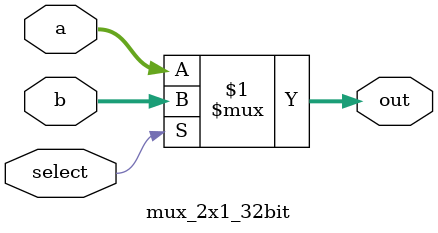
<source format=v>

module mux_2x1_32bit(
    input [31:0] a, // First 32-bit input
    input [31:0] b, // Second 32-bit input
    input select, // Select line to choose between the two inputs
    output [31:0] out // 32-bit output for the selected input
);
    assign out = (select) ? b : a; // If select is 1, output b; otherwise, output a
endmodule
</source>
